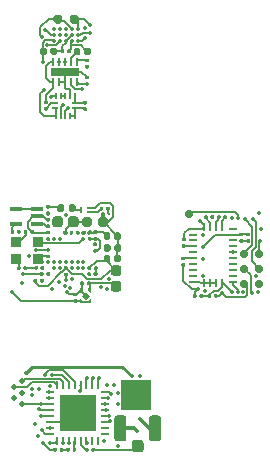
<source format=gbr>
G04 #@! TF.GenerationSoftware,KiCad,Pcbnew,(5.1.6)-1*
G04 #@! TF.CreationDate,2020-11-17T19:43:21-08:00*
G04 #@! TF.ProjectId,Miniscope-v4-Rigid-Flex,4d696e69-7363-46f7-9065-2d76342d5269,rev?*
G04 #@! TF.SameCoordinates,Original*
G04 #@! TF.FileFunction,Copper,L1,Top*
G04 #@! TF.FilePolarity,Positive*
%FSLAX46Y46*%
G04 Gerber Fmt 4.6, Leading zero omitted, Abs format (unit mm)*
G04 Created by KiCad (PCBNEW (5.1.6)-1) date 2020-11-17 19:43:21*
%MOMM*%
%LPD*%
G01*
G04 APERTURE LIST*
G04 #@! TA.AperFunction,SMDPad,CuDef*
%ADD10C,0.100000*%
G04 #@! TD*
G04 #@! TA.AperFunction,SMDPad,CuDef*
%ADD11R,2.500000X2.500000*%
G04 #@! TD*
G04 #@! TA.AperFunction,SMDPad,CuDef*
%ADD12R,0.680000X0.260000*%
G04 #@! TD*
G04 #@! TA.AperFunction,SMDPad,CuDef*
%ADD13R,0.260000X0.680000*%
G04 #@! TD*
G04 #@! TA.AperFunction,SMDPad,CuDef*
%ADD14R,3.100000X3.100000*%
G04 #@! TD*
G04 #@! TA.AperFunction,SMDPad,CuDef*
%ADD15C,0.508000*%
G04 #@! TD*
G04 #@! TA.AperFunction,SMDPad,CuDef*
%ADD16C,0.700000*%
G04 #@! TD*
G04 #@! TA.AperFunction,SMDPad,CuDef*
%ADD17R,0.254000X0.675000*%
G04 #@! TD*
G04 #@! TA.AperFunction,SMDPad,CuDef*
%ADD18R,0.675000X0.254000*%
G04 #@! TD*
G04 #@! TA.AperFunction,SMDPad,CuDef*
%ADD19R,0.990000X0.340000*%
G04 #@! TD*
G04 #@! TA.AperFunction,SMDPad,CuDef*
%ADD20R,0.880000X0.830000*%
G04 #@! TD*
G04 #@! TA.AperFunction,SMDPad,CuDef*
%ADD21R,0.280000X0.170000*%
G04 #@! TD*
G04 #@! TA.AperFunction,SMDPad,CuDef*
%ADD22R,0.280000X0.520000*%
G04 #@! TD*
G04 #@! TA.AperFunction,SMDPad,CuDef*
%ADD23R,0.610000X0.220000*%
G04 #@! TD*
G04 #@! TA.AperFunction,SMDPad,CuDef*
%ADD24R,0.220000X0.610000*%
G04 #@! TD*
G04 #@! TA.AperFunction,SMDPad,CuDef*
%ADD25R,0.270000X0.640000*%
G04 #@! TD*
G04 #@! TA.AperFunction,SMDPad,CuDef*
%ADD26R,2.390000X0.640000*%
G04 #@! TD*
G04 #@! TA.AperFunction,SMDPad,CuDef*
%ADD27C,0.350000*%
G04 #@! TD*
G04 #@! TA.AperFunction,ViaPad*
%ADD28C,0.350000*%
G04 #@! TD*
G04 #@! TA.AperFunction,ViaPad*
%ADD29C,0.300000*%
G04 #@! TD*
G04 #@! TA.AperFunction,Conductor*
%ADD30C,0.152400*%
G04 #@! TD*
G04 #@! TA.AperFunction,Conductor*
%ADD31C,0.304800*%
G04 #@! TD*
G04 #@! TA.AperFunction,Conductor*
%ADD32C,0.254000*%
G04 #@! TD*
G04 #@! TA.AperFunction,Conductor*
%ADD33C,0.203200*%
G04 #@! TD*
G04 APERTURE END LIST*
G04 #@! TA.AperFunction,SMDPad,CuDef*
D10*
G36*
X105631600Y-117442600D02*
G01*
X105811600Y-117262600D01*
X105881600Y-117262600D01*
X105881600Y-117662600D01*
X105631600Y-117662600D01*
X105631600Y-117442600D01*
G37*
G04 #@! TD.AperFunction*
G04 #@! TA.AperFunction,SMDPad,CuDef*
G36*
X105231600Y-116582600D02*
G01*
X105051600Y-116762600D01*
X104981600Y-116762600D01*
X104981600Y-116362600D01*
X105231600Y-116362600D01*
X105231600Y-116582600D01*
G37*
G04 #@! TD.AperFunction*
G04 #@! TA.AperFunction,SMDPad,CuDef*
G36*
X104981600Y-117262600D02*
G01*
X105051600Y-117262600D01*
X105231600Y-117442600D01*
X105231600Y-117662600D01*
X104981600Y-117662600D01*
X104981600Y-117262600D01*
G37*
G04 #@! TD.AperFunction*
G04 #@! TA.AperFunction,SMDPad,CuDef*
G36*
X105881600Y-116832600D02*
G01*
X105631600Y-116582600D01*
X105631600Y-116362600D01*
X105881600Y-116362600D01*
X105881600Y-116832600D01*
G37*
G04 #@! TD.AperFunction*
G04 #@! TA.AperFunction,SMDPad,CuDef*
G36*
X105431600Y-116673189D02*
G01*
X105771011Y-117012600D01*
X105431600Y-117352011D01*
X105092189Y-117012600D01*
X105431600Y-116673189D01*
G37*
G04 #@! TD.AperFunction*
G04 #@! TA.AperFunction,SMDPad,CuDef*
G36*
G01*
X105836200Y-115878700D02*
X105836200Y-116063700D01*
G75*
G02*
X105758700Y-116141200I-77500J0D01*
G01*
X105603700Y-116141200D01*
G75*
G02*
X105526200Y-116063700I0J77500D01*
G01*
X105526200Y-115878700D01*
G75*
G02*
X105603700Y-115801200I77500J0D01*
G01*
X105758700Y-115801200D01*
G75*
G02*
X105836200Y-115878700I0J-77500D01*
G01*
G37*
G04 #@! TD.AperFunction*
G04 #@! TA.AperFunction,SMDPad,CuDef*
G36*
G01*
X105286200Y-115878700D02*
X105286200Y-116063700D01*
G75*
G02*
X105208700Y-116141200I-77500J0D01*
G01*
X105053700Y-116141200D01*
G75*
G02*
X104976200Y-116063700I0J77500D01*
G01*
X104976200Y-115878700D01*
G75*
G02*
X105053700Y-115801200I77500J0D01*
G01*
X105208700Y-115801200D01*
G75*
G02*
X105286200Y-115878700I0J-77500D01*
G01*
G37*
G04 #@! TD.AperFunction*
G04 #@! TA.AperFunction,SMDPad,CuDef*
G36*
G01*
X104635100Y-117070400D02*
X104450100Y-117070400D01*
G75*
G02*
X104372600Y-116992900I0J77500D01*
G01*
X104372600Y-116837900D01*
G75*
G02*
X104450100Y-116760400I77500J0D01*
G01*
X104635100Y-116760400D01*
G75*
G02*
X104712600Y-116837900I0J-77500D01*
G01*
X104712600Y-116992900D01*
G75*
G02*
X104635100Y-117070400I-77500J0D01*
G01*
G37*
G04 #@! TD.AperFunction*
G04 #@! TA.AperFunction,SMDPad,CuDef*
G36*
G01*
X104635100Y-117620400D02*
X104450100Y-117620400D01*
G75*
G02*
X104372600Y-117542900I0J77500D01*
G01*
X104372600Y-117387900D01*
G75*
G02*
X104450100Y-117310400I77500J0D01*
G01*
X104635100Y-117310400D01*
G75*
G02*
X104712600Y-117387900I0J-77500D01*
G01*
X104712600Y-117542900D01*
G75*
G02*
X104635100Y-117620400I-77500J0D01*
G01*
G37*
G04 #@! TD.AperFunction*
G04 #@! TA.AperFunction,SMDPad,CuDef*
G36*
G01*
X114811200Y-116945500D02*
X114811200Y-117130500D01*
G75*
G02*
X114733700Y-117208000I-77500J0D01*
G01*
X114578700Y-117208000D01*
G75*
G02*
X114501200Y-117130500I0J77500D01*
G01*
X114501200Y-116945500D01*
G75*
G02*
X114578700Y-116868000I77500J0D01*
G01*
X114733700Y-116868000D01*
G75*
G02*
X114811200Y-116945500I0J-77500D01*
G01*
G37*
G04 #@! TD.AperFunction*
G04 #@! TA.AperFunction,SMDPad,CuDef*
G36*
G01*
X115361200Y-116945500D02*
X115361200Y-117130500D01*
G75*
G02*
X115283700Y-117208000I-77500J0D01*
G01*
X115128700Y-117208000D01*
G75*
G02*
X115051200Y-117130500I0J77500D01*
G01*
X115051200Y-116945500D01*
G75*
G02*
X115128700Y-116868000I77500J0D01*
G01*
X115283700Y-116868000D01*
G75*
G02*
X115361200Y-116945500I0J-77500D01*
G01*
G37*
G04 #@! TD.AperFunction*
G04 #@! TA.AperFunction,SMDPad,CuDef*
G36*
G01*
X116295800Y-117130500D02*
X116295800Y-116945500D01*
G75*
G02*
X116373300Y-116868000I77500J0D01*
G01*
X116528300Y-116868000D01*
G75*
G02*
X116605800Y-116945500I0J-77500D01*
G01*
X116605800Y-117130500D01*
G75*
G02*
X116528300Y-117208000I-77500J0D01*
G01*
X116373300Y-117208000D01*
G75*
G02*
X116295800Y-117130500I0J77500D01*
G01*
G37*
G04 #@! TD.AperFunction*
G04 #@! TA.AperFunction,SMDPad,CuDef*
G36*
G01*
X115745800Y-117130500D02*
X115745800Y-116945500D01*
G75*
G02*
X115823300Y-116868000I77500J0D01*
G01*
X115978300Y-116868000D01*
G75*
G02*
X116055800Y-116945500I0J-77500D01*
G01*
X116055800Y-117130500D01*
G75*
G02*
X115978300Y-117208000I-77500J0D01*
G01*
X115823300Y-117208000D01*
G75*
G02*
X115745800Y-117130500I0J77500D01*
G01*
G37*
G04 #@! TD.AperFunction*
G04 #@! TA.AperFunction,SMDPad,CuDef*
G36*
G01*
X102668600Y-130149900D02*
X102668600Y-129964900D01*
G75*
G02*
X102746100Y-129887400I77500J0D01*
G01*
X102901100Y-129887400D01*
G75*
G02*
X102978600Y-129964900I0J-77500D01*
G01*
X102978600Y-130149900D01*
G75*
G02*
X102901100Y-130227400I-77500J0D01*
G01*
X102746100Y-130227400D01*
G75*
G02*
X102668600Y-130149900I0J77500D01*
G01*
G37*
G04 #@! TD.AperFunction*
G04 #@! TA.AperFunction,SMDPad,CuDef*
G36*
G01*
X103218600Y-130149900D02*
X103218600Y-129964900D01*
G75*
G02*
X103296100Y-129887400I77500J0D01*
G01*
X103451100Y-129887400D01*
G75*
G02*
X103528600Y-129964900I0J-77500D01*
G01*
X103528600Y-130149900D01*
G75*
G02*
X103451100Y-130227400I-77500J0D01*
G01*
X103296100Y-130227400D01*
G75*
G02*
X103218600Y-130149900I0J77500D01*
G01*
G37*
G04 #@! TD.AperFunction*
D11*
X109677400Y-125386600D03*
D12*
X102401800Y-125198400D03*
X102401800Y-125698400D03*
X102401800Y-126198400D03*
X102401800Y-126698400D03*
X102401800Y-127198400D03*
X102401800Y-127698400D03*
X102401800Y-128198400D03*
X102401800Y-128698400D03*
D13*
X102986800Y-129283400D03*
X103486800Y-129283400D03*
X103986800Y-129283400D03*
X104486800Y-129283400D03*
X104986800Y-129283400D03*
X105486800Y-129283400D03*
X105986800Y-129283400D03*
X106486800Y-129283400D03*
D12*
X107071800Y-128698400D03*
X107071800Y-128198400D03*
X107071800Y-127698400D03*
X107071800Y-127198400D03*
X107071800Y-126698400D03*
X107071800Y-126198400D03*
X107071800Y-125698400D03*
X107071800Y-125198400D03*
D13*
X106486800Y-124613400D03*
X105986800Y-124613400D03*
X105486800Y-124613400D03*
X104986800Y-124613400D03*
X104486800Y-124613400D03*
X103986800Y-124613400D03*
X103486800Y-124613400D03*
X102986800Y-124613400D03*
D14*
X104736800Y-126948400D03*
D15*
X100000000Y-126180398D03*
X99390400Y-125697798D03*
X100000000Y-125215199D03*
X99390400Y-124732599D03*
X100000000Y-124250000D03*
G04 #@! TA.AperFunction,SMDPad,CuDef*
G36*
G01*
X109329800Y-130034300D02*
X109329800Y-129484300D01*
G75*
G02*
X109579800Y-129234300I250000J0D01*
G01*
X110079800Y-129234300D01*
G75*
G02*
X110329800Y-129484300I0J-250000D01*
G01*
X110329800Y-130034300D01*
G75*
G02*
X110079800Y-130284300I-250000J0D01*
G01*
X109579800Y-130284300D01*
G75*
G02*
X109329800Y-130034300I0J250000D01*
G01*
G37*
G04 #@! TD.AperFunction*
G04 #@! TA.AperFunction,SMDPad,CuDef*
G36*
G01*
X107829800Y-129094300D02*
X107829800Y-127419300D01*
G75*
G02*
X108092300Y-127156800I262500J0D01*
G01*
X108617300Y-127156800D01*
G75*
G02*
X108879800Y-127419300I0J-262500D01*
G01*
X108879800Y-129094300D01*
G75*
G02*
X108617300Y-129356800I-262500J0D01*
G01*
X108092300Y-129356800D01*
G75*
G02*
X107829800Y-129094300I0J262500D01*
G01*
G37*
G04 #@! TD.AperFunction*
G04 #@! TA.AperFunction,SMDPad,CuDef*
G36*
G01*
X110779800Y-129094300D02*
X110779800Y-127419300D01*
G75*
G02*
X111042300Y-127156800I262500J0D01*
G01*
X111567300Y-127156800D01*
G75*
G02*
X111829800Y-127419300I0J-262500D01*
G01*
X111829800Y-129094300D01*
G75*
G02*
X111567300Y-129356800I-262500J0D01*
G01*
X111042300Y-129356800D01*
G75*
G02*
X110779800Y-129094300I0J262500D01*
G01*
G37*
G04 #@! TD.AperFunction*
D16*
X120112800Y-115987200D03*
X120112800Y-113447200D03*
G04 #@! TA.AperFunction,SMDPad,CuDef*
G36*
G01*
X117393200Y-110281300D02*
X117393200Y-110466300D01*
G75*
G02*
X117315700Y-110543800I-77500J0D01*
G01*
X117160700Y-110543800D01*
G75*
G02*
X117083200Y-110466300I0J77500D01*
G01*
X117083200Y-110281300D01*
G75*
G02*
X117160700Y-110203800I77500J0D01*
G01*
X117315700Y-110203800D01*
G75*
G02*
X117393200Y-110281300I0J-77500D01*
G01*
G37*
G04 #@! TD.AperFunction*
G04 #@! TA.AperFunction,SMDPad,CuDef*
G36*
G01*
X116843200Y-110281300D02*
X116843200Y-110466300D01*
G75*
G02*
X116765700Y-110543800I-77500J0D01*
G01*
X116610700Y-110543800D01*
G75*
G02*
X116533200Y-110466300I0J77500D01*
G01*
X116533200Y-110281300D01*
G75*
G02*
X116610700Y-110203800I77500J0D01*
G01*
X116765700Y-110203800D01*
G75*
G02*
X116843200Y-110281300I0J-77500D01*
G01*
G37*
G04 #@! TD.AperFunction*
G04 #@! TA.AperFunction,SMDPad,CuDef*
G36*
G01*
X118506700Y-111673800D02*
X118691700Y-111673800D01*
G75*
G02*
X118769200Y-111751300I0J-77500D01*
G01*
X118769200Y-111906300D01*
G75*
G02*
X118691700Y-111983800I-77500J0D01*
G01*
X118506700Y-111983800D01*
G75*
G02*
X118429200Y-111906300I0J77500D01*
G01*
X118429200Y-111751300D01*
G75*
G02*
X118506700Y-111673800I77500J0D01*
G01*
G37*
G04 #@! TD.AperFunction*
G04 #@! TA.AperFunction,SMDPad,CuDef*
G36*
G01*
X118506700Y-112223800D02*
X118691700Y-112223800D01*
G75*
G02*
X118769200Y-112301300I0J-77500D01*
G01*
X118769200Y-112456300D01*
G75*
G02*
X118691700Y-112533800I-77500J0D01*
G01*
X118506700Y-112533800D01*
G75*
G02*
X118429200Y-112456300I0J77500D01*
G01*
X118429200Y-112301300D01*
G75*
G02*
X118506700Y-112223800I77500J0D01*
G01*
G37*
G04 #@! TD.AperFunction*
G04 #@! TA.AperFunction,SMDPad,CuDef*
G36*
G01*
X119090900Y-111673800D02*
X119275900Y-111673800D01*
G75*
G02*
X119353400Y-111751300I0J-77500D01*
G01*
X119353400Y-111906300D01*
G75*
G02*
X119275900Y-111983800I-77500J0D01*
G01*
X119090900Y-111983800D01*
G75*
G02*
X119013400Y-111906300I0J77500D01*
G01*
X119013400Y-111751300D01*
G75*
G02*
X119090900Y-111673800I77500J0D01*
G01*
G37*
G04 #@! TD.AperFunction*
G04 #@! TA.AperFunction,SMDPad,CuDef*
G36*
G01*
X119090900Y-112223800D02*
X119275900Y-112223800D01*
G75*
G02*
X119353400Y-112301300I0J-77500D01*
G01*
X119353400Y-112456300D01*
G75*
G02*
X119275900Y-112533800I-77500J0D01*
G01*
X119090900Y-112533800D01*
G75*
G02*
X119013400Y-112456300I0J77500D01*
G01*
X119013400Y-112301300D01*
G75*
G02*
X119090900Y-112223800I77500J0D01*
G01*
G37*
G04 #@! TD.AperFunction*
X120112800Y-114717200D03*
G04 #@! TA.AperFunction,SMDPad,CuDef*
G36*
G01*
X116301000Y-110281300D02*
X116301000Y-110466300D01*
G75*
G02*
X116223500Y-110543800I-77500J0D01*
G01*
X116068500Y-110543800D01*
G75*
G02*
X115991000Y-110466300I0J77500D01*
G01*
X115991000Y-110281300D01*
G75*
G02*
X116068500Y-110203800I77500J0D01*
G01*
X116223500Y-110203800D01*
G75*
G02*
X116301000Y-110281300I0J-77500D01*
G01*
G37*
G04 #@! TD.AperFunction*
G04 #@! TA.AperFunction,SMDPad,CuDef*
G36*
G01*
X115751000Y-110281300D02*
X115751000Y-110466300D01*
G75*
G02*
X115673500Y-110543800I-77500J0D01*
G01*
X115518500Y-110543800D01*
G75*
G02*
X115441000Y-110466300I0J77500D01*
G01*
X115441000Y-110281300D01*
G75*
G02*
X115518500Y-110203800I77500J0D01*
G01*
X115673500Y-110203800D01*
G75*
G02*
X115751000Y-110281300I0J-77500D01*
G01*
G37*
G04 #@! TD.AperFunction*
X118842800Y-114717200D03*
G04 #@! TA.AperFunction,SMDPad,CuDef*
G36*
G01*
X113779100Y-114565800D02*
X113594100Y-114565800D01*
G75*
G02*
X113516600Y-114488300I0J77500D01*
G01*
X113516600Y-114333300D01*
G75*
G02*
X113594100Y-114255800I77500J0D01*
G01*
X113779100Y-114255800D01*
G75*
G02*
X113856600Y-114333300I0J-77500D01*
G01*
X113856600Y-114488300D01*
G75*
G02*
X113779100Y-114565800I-77500J0D01*
G01*
G37*
G04 #@! TD.AperFunction*
G04 #@! TA.AperFunction,SMDPad,CuDef*
G36*
G01*
X113779100Y-114015800D02*
X113594100Y-114015800D01*
G75*
G02*
X113516600Y-113938300I0J77500D01*
G01*
X113516600Y-113783300D01*
G75*
G02*
X113594100Y-113705800I77500J0D01*
G01*
X113779100Y-113705800D01*
G75*
G02*
X113856600Y-113783300I0J-77500D01*
G01*
X113856600Y-113938300D01*
G75*
G02*
X113779100Y-114015800I-77500J0D01*
G01*
G37*
G04 #@! TD.AperFunction*
G04 #@! TA.AperFunction,SMDPad,CuDef*
G36*
G01*
X113629900Y-112105600D02*
X113814900Y-112105600D01*
G75*
G02*
X113892400Y-112183100I0J-77500D01*
G01*
X113892400Y-112338100D01*
G75*
G02*
X113814900Y-112415600I-77500J0D01*
G01*
X113629900Y-112415600D01*
G75*
G02*
X113552400Y-112338100I0J77500D01*
G01*
X113552400Y-112183100D01*
G75*
G02*
X113629900Y-112105600I77500J0D01*
G01*
G37*
G04 #@! TD.AperFunction*
G04 #@! TA.AperFunction,SMDPad,CuDef*
G36*
G01*
X113629900Y-112655600D02*
X113814900Y-112655600D01*
G75*
G02*
X113892400Y-112733100I0J-77500D01*
G01*
X113892400Y-112888100D01*
G75*
G02*
X113814900Y-112965600I-77500J0D01*
G01*
X113629900Y-112965600D01*
G75*
G02*
X113552400Y-112888100I0J77500D01*
G01*
X113552400Y-112733100D01*
G75*
G02*
X113629900Y-112655600I77500J0D01*
G01*
G37*
G04 #@! TD.AperFunction*
X118842800Y-113447200D03*
D17*
X115450200Y-115976100D03*
X115950200Y-115976100D03*
X116450200Y-115976100D03*
D18*
X114537700Y-115838600D03*
X114537700Y-115338600D03*
X114537700Y-114838600D03*
X114537700Y-114338600D03*
X114537700Y-113838600D03*
X114537700Y-113338600D03*
X114537700Y-112838600D03*
X114537700Y-112338600D03*
X114537700Y-111838600D03*
X117862700Y-115838600D03*
X117862700Y-115338600D03*
X117862700Y-114838600D03*
X117862700Y-114338600D03*
X117862700Y-113838600D03*
X117862700Y-113338600D03*
X117862700Y-112838600D03*
X117862700Y-112338600D03*
X117862700Y-111838600D03*
D17*
X115450200Y-111201100D03*
X115950200Y-111201100D03*
X116450200Y-111201100D03*
D18*
X117862700Y-111338600D03*
D17*
X116950200Y-111201100D03*
D18*
X114537700Y-111338600D03*
D17*
X116950200Y-115976100D03*
G04 #@! TA.AperFunction,SMDPad,CuDef*
G36*
G01*
X105567000Y-114787100D02*
X105567000Y-114602100D01*
G75*
G02*
X105644500Y-114524600I77500J0D01*
G01*
X105799500Y-114524600D01*
G75*
G02*
X105877000Y-114602100I0J-77500D01*
G01*
X105877000Y-114787100D01*
G75*
G02*
X105799500Y-114864600I-77500J0D01*
G01*
X105644500Y-114864600D01*
G75*
G02*
X105567000Y-114787100I0J77500D01*
G01*
G37*
G04 #@! TD.AperFunction*
G04 #@! TA.AperFunction,SMDPad,CuDef*
G36*
G01*
X106117000Y-114787100D02*
X106117000Y-114602100D01*
G75*
G02*
X106194500Y-114524600I77500J0D01*
G01*
X106349500Y-114524600D01*
G75*
G02*
X106427000Y-114602100I0J-77500D01*
G01*
X106427000Y-114787100D01*
G75*
G02*
X106349500Y-114864600I-77500J0D01*
G01*
X106194500Y-114864600D01*
G75*
G02*
X106117000Y-114787100I0J77500D01*
G01*
G37*
G04 #@! TD.AperFunction*
G04 #@! TA.AperFunction,SMDPad,CuDef*
G36*
G01*
X106133100Y-112512000D02*
X106318100Y-112512000D01*
G75*
G02*
X106395600Y-112589500I0J-77500D01*
G01*
X106395600Y-112744500D01*
G75*
G02*
X106318100Y-112822000I-77500J0D01*
G01*
X106133100Y-112822000D01*
G75*
G02*
X106055600Y-112744500I0J77500D01*
G01*
X106055600Y-112589500D01*
G75*
G02*
X106133100Y-112512000I77500J0D01*
G01*
G37*
G04 #@! TD.AperFunction*
G04 #@! TA.AperFunction,SMDPad,CuDef*
G36*
G01*
X106133100Y-113062000D02*
X106318100Y-113062000D01*
G75*
G02*
X106395600Y-113139500I0J-77500D01*
G01*
X106395600Y-113294500D01*
G75*
G02*
X106318100Y-113372000I-77500J0D01*
G01*
X106133100Y-113372000D01*
G75*
G02*
X106055600Y-113294500I0J77500D01*
G01*
X106055600Y-113139500D01*
G75*
G02*
X106133100Y-113062000I77500J0D01*
G01*
G37*
G04 #@! TD.AperFunction*
G04 #@! TA.AperFunction,SMDPad,CuDef*
G36*
G01*
X105675900Y-111496000D02*
X105860900Y-111496000D01*
G75*
G02*
X105938400Y-111573500I0J-77500D01*
G01*
X105938400Y-111728500D01*
G75*
G02*
X105860900Y-111806000I-77500J0D01*
G01*
X105675900Y-111806000D01*
G75*
G02*
X105598400Y-111728500I0J77500D01*
G01*
X105598400Y-111573500D01*
G75*
G02*
X105675900Y-111496000I77500J0D01*
G01*
G37*
G04 #@! TD.AperFunction*
G04 #@! TA.AperFunction,SMDPad,CuDef*
G36*
G01*
X105675900Y-112046000D02*
X105860900Y-112046000D01*
G75*
G02*
X105938400Y-112123500I0J-77500D01*
G01*
X105938400Y-112278500D01*
G75*
G02*
X105860900Y-112356000I-77500J0D01*
G01*
X105675900Y-112356000D01*
G75*
G02*
X105598400Y-112278500I0J77500D01*
G01*
X105598400Y-112123500D01*
G75*
G02*
X105675900Y-112046000I77500J0D01*
G01*
G37*
G04 #@! TD.AperFunction*
G04 #@! TA.AperFunction,SMDPad,CuDef*
G36*
G01*
X106938400Y-112146800D02*
X106938400Y-111806800D01*
G75*
G02*
X107083400Y-111661800I145000J0D01*
G01*
X107373400Y-111661800D01*
G75*
G02*
X107518400Y-111806800I0J-145000D01*
G01*
X107518400Y-112146800D01*
G75*
G02*
X107373400Y-112291800I-145000J0D01*
G01*
X107083400Y-112291800D01*
G75*
G02*
X106938400Y-112146800I0J145000D01*
G01*
G37*
G04 #@! TD.AperFunction*
G04 #@! TA.AperFunction,SMDPad,CuDef*
G36*
G01*
X107828400Y-112146800D02*
X107828400Y-111806800D01*
G75*
G02*
X107973400Y-111661800I145000J0D01*
G01*
X108263400Y-111661800D01*
G75*
G02*
X108408400Y-111806800I0J-145000D01*
G01*
X108408400Y-112146800D01*
G75*
G02*
X108263400Y-112291800I-145000J0D01*
G01*
X107973400Y-112291800D01*
G75*
G02*
X107828400Y-112146800I0J145000D01*
G01*
G37*
G04 #@! TD.AperFunction*
G04 #@! TA.AperFunction,SMDPad,CuDef*
G36*
G01*
X101020400Y-115828500D02*
X101020400Y-115643500D01*
G75*
G02*
X101097900Y-115566000I77500J0D01*
G01*
X101252900Y-115566000D01*
G75*
G02*
X101330400Y-115643500I0J-77500D01*
G01*
X101330400Y-115828500D01*
G75*
G02*
X101252900Y-115906000I-77500J0D01*
G01*
X101097900Y-115906000D01*
G75*
G02*
X101020400Y-115828500I0J77500D01*
G01*
G37*
G04 #@! TD.AperFunction*
G04 #@! TA.AperFunction,SMDPad,CuDef*
G36*
G01*
X101570400Y-115828500D02*
X101570400Y-115643500D01*
G75*
G02*
X101647900Y-115566000I77500J0D01*
G01*
X101802900Y-115566000D01*
G75*
G02*
X101880400Y-115643500I0J-77500D01*
G01*
X101880400Y-115828500D01*
G75*
G02*
X101802900Y-115906000I-77500J0D01*
G01*
X101647900Y-115906000D01*
G75*
G02*
X101570400Y-115828500I0J77500D01*
G01*
G37*
G04 #@! TD.AperFunction*
D19*
X99499000Y-110950400D03*
X99499000Y-109650400D03*
X101319000Y-109650400D03*
X101319000Y-110300400D03*
X101319000Y-110950400D03*
G04 #@! TA.AperFunction,SMDPad,CuDef*
G36*
G01*
X103509600Y-111764500D02*
X103509600Y-111579500D01*
G75*
G02*
X103587100Y-111502000I77500J0D01*
G01*
X103742100Y-111502000D01*
G75*
G02*
X103819600Y-111579500I0J-77500D01*
G01*
X103819600Y-111764500D01*
G75*
G02*
X103742100Y-111842000I-77500J0D01*
G01*
X103587100Y-111842000D01*
G75*
G02*
X103509600Y-111764500I0J77500D01*
G01*
G37*
G04 #@! TD.AperFunction*
G04 #@! TA.AperFunction,SMDPad,CuDef*
G36*
G01*
X104059600Y-111764500D02*
X104059600Y-111579500D01*
G75*
G02*
X104137100Y-111502000I77500J0D01*
G01*
X104292100Y-111502000D01*
G75*
G02*
X104369600Y-111579500I0J-77500D01*
G01*
X104369600Y-111764500D01*
G75*
G02*
X104292100Y-111842000I-77500J0D01*
G01*
X104137100Y-111842000D01*
G75*
G02*
X104059600Y-111764500I0J77500D01*
G01*
G37*
G04 #@! TD.AperFunction*
G04 #@! TA.AperFunction,SMDPad,CuDef*
G36*
G01*
X102145300Y-112994600D02*
X102330300Y-112994600D01*
G75*
G02*
X102407800Y-113072100I0J-77500D01*
G01*
X102407800Y-113227100D01*
G75*
G02*
X102330300Y-113304600I-77500J0D01*
G01*
X102145300Y-113304600D01*
G75*
G02*
X102067800Y-113227100I0J77500D01*
G01*
X102067800Y-113072100D01*
G75*
G02*
X102145300Y-112994600I77500J0D01*
G01*
G37*
G04 #@! TD.AperFunction*
G04 #@! TA.AperFunction,SMDPad,CuDef*
G36*
G01*
X102145300Y-113544600D02*
X102330300Y-113544600D01*
G75*
G02*
X102407800Y-113622100I0J-77500D01*
G01*
X102407800Y-113777100D01*
G75*
G02*
X102330300Y-113854600I-77500J0D01*
G01*
X102145300Y-113854600D01*
G75*
G02*
X102067800Y-113777100I0J77500D01*
G01*
X102067800Y-113622100D01*
G75*
G02*
X102145300Y-113544600I77500J0D01*
G01*
G37*
G04 #@! TD.AperFunction*
G04 #@! TA.AperFunction,SMDPad,CuDef*
G36*
G01*
X103643900Y-114518600D02*
X103828900Y-114518600D01*
G75*
G02*
X103906400Y-114596100I0J-77500D01*
G01*
X103906400Y-114751100D01*
G75*
G02*
X103828900Y-114828600I-77500J0D01*
G01*
X103643900Y-114828600D01*
G75*
G02*
X103566400Y-114751100I0J77500D01*
G01*
X103566400Y-114596100D01*
G75*
G02*
X103643900Y-114518600I77500J0D01*
G01*
G37*
G04 #@! TD.AperFunction*
G04 #@! TA.AperFunction,SMDPad,CuDef*
G36*
G01*
X103643900Y-115068600D02*
X103828900Y-115068600D01*
G75*
G02*
X103906400Y-115146100I0J-77500D01*
G01*
X103906400Y-115301100D01*
G75*
G02*
X103828900Y-115378600I-77500J0D01*
G01*
X103643900Y-115378600D01*
G75*
G02*
X103566400Y-115301100I0J77500D01*
G01*
X103566400Y-115146100D01*
G75*
G02*
X103643900Y-115068600I77500J0D01*
G01*
G37*
G04 #@! TD.AperFunction*
G04 #@! TA.AperFunction,SMDPad,CuDef*
G36*
G01*
X106158500Y-111496000D02*
X106343500Y-111496000D01*
G75*
G02*
X106421000Y-111573500I0J-77500D01*
G01*
X106421000Y-111728500D01*
G75*
G02*
X106343500Y-111806000I-77500J0D01*
G01*
X106158500Y-111806000D01*
G75*
G02*
X106081000Y-111728500I0J77500D01*
G01*
X106081000Y-111573500D01*
G75*
G02*
X106158500Y-111496000I77500J0D01*
G01*
G37*
G04 #@! TD.AperFunction*
G04 #@! TA.AperFunction,SMDPad,CuDef*
G36*
G01*
X106158500Y-112046000D02*
X106343500Y-112046000D01*
G75*
G02*
X106421000Y-112123500I0J-77500D01*
G01*
X106421000Y-112278500D01*
G75*
G02*
X106343500Y-112356000I-77500J0D01*
G01*
X106158500Y-112356000D01*
G75*
G02*
X106081000Y-112278500I0J77500D01*
G01*
X106081000Y-112123500D01*
G75*
G02*
X106158500Y-112046000I77500J0D01*
G01*
G37*
G04 #@! TD.AperFunction*
G04 #@! TA.AperFunction,SMDPad,CuDef*
G36*
G01*
X102145300Y-109337000D02*
X102330300Y-109337000D01*
G75*
G02*
X102407800Y-109414500I0J-77500D01*
G01*
X102407800Y-109569500D01*
G75*
G02*
X102330300Y-109647000I-77500J0D01*
G01*
X102145300Y-109647000D01*
G75*
G02*
X102067800Y-109569500I0J77500D01*
G01*
X102067800Y-109414500D01*
G75*
G02*
X102145300Y-109337000I77500J0D01*
G01*
G37*
G04 #@! TD.AperFunction*
G04 #@! TA.AperFunction,SMDPad,CuDef*
G36*
G01*
X102145300Y-109887000D02*
X102330300Y-109887000D01*
G75*
G02*
X102407800Y-109964500I0J-77500D01*
G01*
X102407800Y-110119500D01*
G75*
G02*
X102330300Y-110197000I-77500J0D01*
G01*
X102145300Y-110197000D01*
G75*
G02*
X102067800Y-110119500I0J77500D01*
G01*
X102067800Y-109964500D01*
G75*
G02*
X102145300Y-109887000I77500J0D01*
G01*
G37*
G04 #@! TD.AperFunction*
G04 #@! TA.AperFunction,SMDPad,CuDef*
G36*
G01*
X102330300Y-112381400D02*
X102145300Y-112381400D01*
G75*
G02*
X102067800Y-112303900I0J77500D01*
G01*
X102067800Y-112148900D01*
G75*
G02*
X102145300Y-112071400I77500J0D01*
G01*
X102330300Y-112071400D01*
G75*
G02*
X102407800Y-112148900I0J-77500D01*
G01*
X102407800Y-112303900D01*
G75*
G02*
X102330300Y-112381400I-77500J0D01*
G01*
G37*
G04 #@! TD.AperFunction*
G04 #@! TA.AperFunction,SMDPad,CuDef*
G36*
G01*
X102330300Y-111831400D02*
X102145300Y-111831400D01*
G75*
G02*
X102067800Y-111753900I0J77500D01*
G01*
X102067800Y-111598900D01*
G75*
G02*
X102145300Y-111521400I77500J0D01*
G01*
X102330300Y-111521400D01*
G75*
G02*
X102407800Y-111598900I0J-77500D01*
G01*
X102407800Y-111753900D01*
G75*
G02*
X102330300Y-111831400I-77500J0D01*
G01*
G37*
G04 #@! TD.AperFunction*
G04 #@! TA.AperFunction,SMDPad,CuDef*
G36*
G01*
X101553800Y-115269700D02*
X101553800Y-115084700D01*
G75*
G02*
X101631300Y-115007200I77500J0D01*
G01*
X101786300Y-115007200D01*
G75*
G02*
X101863800Y-115084700I0J-77500D01*
G01*
X101863800Y-115269700D01*
G75*
G02*
X101786300Y-115347200I-77500J0D01*
G01*
X101631300Y-115347200D01*
G75*
G02*
X101553800Y-115269700I0J77500D01*
G01*
G37*
G04 #@! TD.AperFunction*
G04 #@! TA.AperFunction,SMDPad,CuDef*
G36*
G01*
X102103800Y-115269700D02*
X102103800Y-115084700D01*
G75*
G02*
X102181300Y-115007200I77500J0D01*
G01*
X102336300Y-115007200D01*
G75*
G02*
X102413800Y-115084700I0J-77500D01*
G01*
X102413800Y-115269700D01*
G75*
G02*
X102336300Y-115347200I-77500J0D01*
G01*
X102181300Y-115347200D01*
G75*
G02*
X102103800Y-115269700I0J77500D01*
G01*
G37*
G04 #@! TD.AperFunction*
G04 #@! TA.AperFunction,SMDPad,CuDef*
G36*
G01*
X102330300Y-111289200D02*
X102145300Y-111289200D01*
G75*
G02*
X102067800Y-111211700I0J77500D01*
G01*
X102067800Y-111056700D01*
G75*
G02*
X102145300Y-110979200I77500J0D01*
G01*
X102330300Y-110979200D01*
G75*
G02*
X102407800Y-111056700I0J-77500D01*
G01*
X102407800Y-111211700D01*
G75*
G02*
X102330300Y-111289200I-77500J0D01*
G01*
G37*
G04 #@! TD.AperFunction*
G04 #@! TA.AperFunction,SMDPad,CuDef*
G36*
G01*
X102330300Y-110739200D02*
X102145300Y-110739200D01*
G75*
G02*
X102067800Y-110661700I0J77500D01*
G01*
X102067800Y-110506700D01*
G75*
G02*
X102145300Y-110429200I77500J0D01*
G01*
X102330300Y-110429200D01*
G75*
G02*
X102407800Y-110506700I0J-77500D01*
G01*
X102407800Y-110661700D01*
G75*
G02*
X102330300Y-110739200I-77500J0D01*
G01*
G37*
G04 #@! TD.AperFunction*
G04 #@! TA.AperFunction,SMDPad,CuDef*
G36*
G01*
X105567000Y-115295100D02*
X105567000Y-115110100D01*
G75*
G02*
X105644500Y-115032600I77500J0D01*
G01*
X105799500Y-115032600D01*
G75*
G02*
X105877000Y-115110100I0J-77500D01*
G01*
X105877000Y-115295100D01*
G75*
G02*
X105799500Y-115372600I-77500J0D01*
G01*
X105644500Y-115372600D01*
G75*
G02*
X105567000Y-115295100I0J77500D01*
G01*
G37*
G04 #@! TD.AperFunction*
G04 #@! TA.AperFunction,SMDPad,CuDef*
G36*
G01*
X106117000Y-115295100D02*
X106117000Y-115110100D01*
G75*
G02*
X106194500Y-115032600I77500J0D01*
G01*
X106349500Y-115032600D01*
G75*
G02*
X106427000Y-115110100I0J-77500D01*
G01*
X106427000Y-115295100D01*
G75*
G02*
X106349500Y-115372600I-77500J0D01*
G01*
X106194500Y-115372600D01*
G75*
G02*
X106117000Y-115295100I0J77500D01*
G01*
G37*
G04 #@! TD.AperFunction*
G04 #@! TA.AperFunction,SMDPad,CuDef*
G36*
G01*
X100182200Y-111713700D02*
X100182200Y-111528700D01*
G75*
G02*
X100259700Y-111451200I77500J0D01*
G01*
X100414700Y-111451200D01*
G75*
G02*
X100492200Y-111528700I0J-77500D01*
G01*
X100492200Y-111713700D01*
G75*
G02*
X100414700Y-111791200I-77500J0D01*
G01*
X100259700Y-111791200D01*
G75*
G02*
X100182200Y-111713700I0J77500D01*
G01*
G37*
G04 #@! TD.AperFunction*
G04 #@! TA.AperFunction,SMDPad,CuDef*
G36*
G01*
X100732200Y-111713700D02*
X100732200Y-111528700D01*
G75*
G02*
X100809700Y-111451200I77500J0D01*
G01*
X100964700Y-111451200D01*
G75*
G02*
X101042200Y-111528700I0J-77500D01*
G01*
X101042200Y-111713700D01*
G75*
G02*
X100964700Y-111791200I-77500J0D01*
G01*
X100809700Y-111791200D01*
G75*
G02*
X100732200Y-111713700I0J77500D01*
G01*
G37*
G04 #@! TD.AperFunction*
G04 #@! TA.AperFunction,SMDPad,CuDef*
G36*
G01*
X105436400Y-111579500D02*
X105436400Y-111764500D01*
G75*
G02*
X105358900Y-111842000I-77500J0D01*
G01*
X105203900Y-111842000D01*
G75*
G02*
X105126400Y-111764500I0J77500D01*
G01*
X105126400Y-111579500D01*
G75*
G02*
X105203900Y-111502000I77500J0D01*
G01*
X105358900Y-111502000D01*
G75*
G02*
X105436400Y-111579500I0J-77500D01*
G01*
G37*
G04 #@! TD.AperFunction*
G04 #@! TA.AperFunction,SMDPad,CuDef*
G36*
G01*
X104886400Y-111579500D02*
X104886400Y-111764500D01*
G75*
G02*
X104808900Y-111842000I-77500J0D01*
G01*
X104653900Y-111842000D01*
G75*
G02*
X104576400Y-111764500I0J77500D01*
G01*
X104576400Y-111579500D01*
G75*
G02*
X104653900Y-111502000I77500J0D01*
G01*
X104808900Y-111502000D01*
G75*
G02*
X104886400Y-111579500I0J-77500D01*
G01*
G37*
G04 #@! TD.AperFunction*
G04 #@! TA.AperFunction,SMDPad,CuDef*
G36*
G01*
X107828400Y-114051800D02*
X107828400Y-113711800D01*
G75*
G02*
X107973400Y-113566800I145000J0D01*
G01*
X108263400Y-113566800D01*
G75*
G02*
X108408400Y-113711800I0J-145000D01*
G01*
X108408400Y-114051800D01*
G75*
G02*
X108263400Y-114196800I-145000J0D01*
G01*
X107973400Y-114196800D01*
G75*
G02*
X107828400Y-114051800I0J145000D01*
G01*
G37*
G04 #@! TD.AperFunction*
G04 #@! TA.AperFunction,SMDPad,CuDef*
G36*
G01*
X106938400Y-114051800D02*
X106938400Y-113711800D01*
G75*
G02*
X107083400Y-113566800I145000J0D01*
G01*
X107373400Y-113566800D01*
G75*
G02*
X107518400Y-113711800I0J-145000D01*
G01*
X107518400Y-114051800D01*
G75*
G02*
X107373400Y-114196800I-145000J0D01*
G01*
X107083400Y-114196800D01*
G75*
G02*
X106938400Y-114051800I0J145000D01*
G01*
G37*
G04 #@! TD.AperFunction*
G04 #@! TA.AperFunction,SMDPad,CuDef*
G36*
G01*
X101066800Y-114761700D02*
X101066800Y-114576700D01*
G75*
G02*
X101144300Y-114499200I77500J0D01*
G01*
X101299300Y-114499200D01*
G75*
G02*
X101376800Y-114576700I0J-77500D01*
G01*
X101376800Y-114761700D01*
G75*
G02*
X101299300Y-114839200I-77500J0D01*
G01*
X101144300Y-114839200D01*
G75*
G02*
X101066800Y-114761700I0J77500D01*
G01*
G37*
G04 #@! TD.AperFunction*
G04 #@! TA.AperFunction,SMDPad,CuDef*
G36*
G01*
X101616800Y-114761700D02*
X101616800Y-114576700D01*
G75*
G02*
X101694300Y-114499200I77500J0D01*
G01*
X101849300Y-114499200D01*
G75*
G02*
X101926800Y-114576700I0J-77500D01*
G01*
X101926800Y-114761700D01*
G75*
G02*
X101849300Y-114839200I-77500J0D01*
G01*
X101694300Y-114839200D01*
G75*
G02*
X101616800Y-114761700I0J77500D01*
G01*
G37*
G04 #@! TD.AperFunction*
D20*
X99489400Y-113890600D03*
X101379400Y-113890600D03*
X101379400Y-112450600D03*
X99489400Y-112450600D03*
G04 #@! TA.AperFunction,SMDPad,CuDef*
G36*
G01*
X106608400Y-109732500D02*
X106608400Y-109547500D01*
G75*
G02*
X106685900Y-109470000I77500J0D01*
G01*
X106840900Y-109470000D01*
G75*
G02*
X106918400Y-109547500I0J-77500D01*
G01*
X106918400Y-109732500D01*
G75*
G02*
X106840900Y-109810000I-77500J0D01*
G01*
X106685900Y-109810000D01*
G75*
G02*
X106608400Y-109732500I0J77500D01*
G01*
G37*
G04 #@! TD.AperFunction*
G04 #@! TA.AperFunction,SMDPad,CuDef*
G36*
G01*
X107158400Y-109732500D02*
X107158400Y-109547500D01*
G75*
G02*
X107235900Y-109470000I77500J0D01*
G01*
X107390900Y-109470000D01*
G75*
G02*
X107468400Y-109547500I0J-77500D01*
G01*
X107468400Y-109732500D01*
G75*
G02*
X107390900Y-109810000I-77500J0D01*
G01*
X107235900Y-109810000D01*
G75*
G02*
X107158400Y-109732500I0J77500D01*
G01*
G37*
G04 #@! TD.AperFunction*
D16*
X118842800Y-115987200D03*
X114169200Y-110137200D03*
G04 #@! TA.AperFunction,SMDPad,CuDef*
G36*
G01*
X103760800Y-130149900D02*
X103760800Y-129964900D01*
G75*
G02*
X103838300Y-129887400I77500J0D01*
G01*
X103993300Y-129887400D01*
G75*
G02*
X104070800Y-129964900I0J-77500D01*
G01*
X104070800Y-130149900D01*
G75*
G02*
X103993300Y-130227400I-77500J0D01*
G01*
X103838300Y-130227400D01*
G75*
G02*
X103760800Y-130149900I0J77500D01*
G01*
G37*
G04 #@! TD.AperFunction*
G04 #@! TA.AperFunction,SMDPad,CuDef*
G36*
G01*
X104310800Y-130149900D02*
X104310800Y-129964900D01*
G75*
G02*
X104388300Y-129887400I77500J0D01*
G01*
X104543300Y-129887400D01*
G75*
G02*
X104620800Y-129964900I0J-77500D01*
G01*
X104620800Y-130149900D01*
G75*
G02*
X104543300Y-130227400I-77500J0D01*
G01*
X104388300Y-130227400D01*
G75*
G02*
X104310800Y-130149900I0J77500D01*
G01*
G37*
G04 #@! TD.AperFunction*
G04 #@! TA.AperFunction,SMDPad,CuDef*
G36*
G01*
X106217200Y-129967700D02*
X106217200Y-130152700D01*
G75*
G02*
X106139700Y-130230200I-77500J0D01*
G01*
X105984700Y-130230200D01*
G75*
G02*
X105907200Y-130152700I0J77500D01*
G01*
X105907200Y-129967700D01*
G75*
G02*
X105984700Y-129890200I77500J0D01*
G01*
X106139700Y-129890200D01*
G75*
G02*
X106217200Y-129967700I0J-77500D01*
G01*
G37*
G04 #@! TD.AperFunction*
G04 #@! TA.AperFunction,SMDPad,CuDef*
G36*
G01*
X105667200Y-129967700D02*
X105667200Y-130152700D01*
G75*
G02*
X105589700Y-130230200I-77500J0D01*
G01*
X105434700Y-130230200D01*
G75*
G02*
X105357200Y-130152700I0J77500D01*
G01*
X105357200Y-129967700D01*
G75*
G02*
X105434700Y-129890200I77500J0D01*
G01*
X105589700Y-129890200D01*
G75*
G02*
X105667200Y-129967700I0J-77500D01*
G01*
G37*
G04 #@! TD.AperFunction*
G04 #@! TA.AperFunction,SMDPad,CuDef*
G36*
G01*
X99614600Y-111713700D02*
X99614600Y-111528700D01*
G75*
G02*
X99692100Y-111451200I77500J0D01*
G01*
X99847100Y-111451200D01*
G75*
G02*
X99924600Y-111528700I0J-77500D01*
G01*
X99924600Y-111713700D01*
G75*
G02*
X99847100Y-111791200I-77500J0D01*
G01*
X99692100Y-111791200D01*
G75*
G02*
X99614600Y-111713700I0J77500D01*
G01*
G37*
G04 #@! TD.AperFunction*
G04 #@! TA.AperFunction,SMDPad,CuDef*
G36*
G01*
X99064600Y-111713700D02*
X99064600Y-111528700D01*
G75*
G02*
X99142100Y-111451200I77500J0D01*
G01*
X99297100Y-111451200D01*
G75*
G02*
X99374600Y-111528700I0J-77500D01*
G01*
X99374600Y-111713700D01*
G75*
G02*
X99297100Y-111791200I-77500J0D01*
G01*
X99142100Y-111791200D01*
G75*
G02*
X99064600Y-111713700I0J77500D01*
G01*
G37*
G04 #@! TD.AperFunction*
G04 #@! TA.AperFunction,SMDPad,CuDef*
G36*
G01*
X102601000Y-110995100D02*
X102601000Y-110520100D01*
G75*
G02*
X102823500Y-110297600I222500J0D01*
G01*
X103268500Y-110297600D01*
G75*
G02*
X103491000Y-110520100I0J-222500D01*
G01*
X103491000Y-110995100D01*
G75*
G02*
X103268500Y-111217600I-222500J0D01*
G01*
X102823500Y-111217600D01*
G75*
G02*
X102601000Y-110995100I0J222500D01*
G01*
G37*
G04 #@! TD.AperFunction*
G04 #@! TA.AperFunction,SMDPad,CuDef*
G36*
G01*
X103931000Y-110995100D02*
X103931000Y-110520100D01*
G75*
G02*
X104153500Y-110297600I222500J0D01*
G01*
X104598500Y-110297600D01*
G75*
G02*
X104821000Y-110520100I0J-222500D01*
G01*
X104821000Y-110995100D01*
G75*
G02*
X104598500Y-111217600I-222500J0D01*
G01*
X104153500Y-111217600D01*
G75*
G02*
X103931000Y-110995100I0J222500D01*
G01*
G37*
G04 #@! TD.AperFunction*
G04 #@! TA.AperFunction,SMDPad,CuDef*
G36*
G01*
X108234500Y-115333600D02*
X107759500Y-115333600D01*
G75*
G02*
X107537000Y-115111100I0J222500D01*
G01*
X107537000Y-114666100D01*
G75*
G02*
X107759500Y-114443600I222500J0D01*
G01*
X108234500Y-114443600D01*
G75*
G02*
X108457000Y-114666100I0J-222500D01*
G01*
X108457000Y-115111100D01*
G75*
G02*
X108234500Y-115333600I-222500J0D01*
G01*
G37*
G04 #@! TD.AperFunction*
G04 #@! TA.AperFunction,SMDPad,CuDef*
G36*
G01*
X108234500Y-116663600D02*
X107759500Y-116663600D01*
G75*
G02*
X107537000Y-116441100I0J222500D01*
G01*
X107537000Y-115996100D01*
G75*
G02*
X107759500Y-115773600I222500J0D01*
G01*
X108234500Y-115773600D01*
G75*
G02*
X108457000Y-115996100I0J-222500D01*
G01*
X108457000Y-116441100D01*
G75*
G02*
X108234500Y-116663600I-222500J0D01*
G01*
G37*
G04 #@! TD.AperFunction*
G04 #@! TA.AperFunction,SMDPad,CuDef*
G36*
G01*
X106475200Y-110990100D02*
X106475200Y-110525100D01*
G75*
G02*
X106677700Y-110322600I202500J0D01*
G01*
X107082700Y-110322600D01*
G75*
G02*
X107285200Y-110525100I0J-202500D01*
G01*
X107285200Y-110990100D01*
G75*
G02*
X107082700Y-111192600I-202500J0D01*
G01*
X106677700Y-111192600D01*
G75*
G02*
X106475200Y-110990100I0J202500D01*
G01*
G37*
G04 #@! TD.AperFunction*
G04 #@! TA.AperFunction,SMDPad,CuDef*
G36*
G01*
X105115200Y-110990100D02*
X105115200Y-110525100D01*
G75*
G02*
X105317700Y-110322600I202500J0D01*
G01*
X105722700Y-110322600D01*
G75*
G02*
X105925200Y-110525100I0J-202500D01*
G01*
X105925200Y-110990100D01*
G75*
G02*
X105722700Y-111192600I-202500J0D01*
G01*
X105317700Y-111192600D01*
G75*
G02*
X105115200Y-110990100I0J202500D01*
G01*
G37*
G04 #@! TD.AperFunction*
G04 #@! TA.AperFunction,SMDPad,CuDef*
G36*
G01*
X106963800Y-113162800D02*
X106963800Y-112822800D01*
G75*
G02*
X107108800Y-112677800I145000J0D01*
G01*
X107398800Y-112677800D01*
G75*
G02*
X107543800Y-112822800I0J-145000D01*
G01*
X107543800Y-113162800D01*
G75*
G02*
X107398800Y-113307800I-145000J0D01*
G01*
X107108800Y-113307800D01*
G75*
G02*
X106963800Y-113162800I0J145000D01*
G01*
G37*
G04 #@! TD.AperFunction*
G04 #@! TA.AperFunction,SMDPad,CuDef*
G36*
G01*
X107853800Y-113162800D02*
X107853800Y-112822800D01*
G75*
G02*
X107998800Y-112677800I145000J0D01*
G01*
X108288800Y-112677800D01*
G75*
G02*
X108433800Y-112822800I0J-145000D01*
G01*
X108433800Y-113162800D01*
G75*
G02*
X108288800Y-113307800I-145000J0D01*
G01*
X107998800Y-113307800D01*
G75*
G02*
X107853800Y-113162800I0J145000D01*
G01*
G37*
G04 #@! TD.AperFunction*
G04 #@! TA.AperFunction,SMDPad,CuDef*
G36*
G01*
X99598000Y-114787100D02*
X99598000Y-114602100D01*
G75*
G02*
X99675500Y-114524600I77500J0D01*
G01*
X99830500Y-114524600D01*
G75*
G02*
X99908000Y-114602100I0J-77500D01*
G01*
X99908000Y-114787100D01*
G75*
G02*
X99830500Y-114864600I-77500J0D01*
G01*
X99675500Y-114864600D01*
G75*
G02*
X99598000Y-114787100I0J77500D01*
G01*
G37*
G04 #@! TD.AperFunction*
G04 #@! TA.AperFunction,SMDPad,CuDef*
G36*
G01*
X100148000Y-114787100D02*
X100148000Y-114602100D01*
G75*
G02*
X100225500Y-114524600I77500J0D01*
G01*
X100380500Y-114524600D01*
G75*
G02*
X100458000Y-114602100I0J-77500D01*
G01*
X100458000Y-114787100D01*
G75*
G02*
X100380500Y-114864600I-77500J0D01*
G01*
X100225500Y-114864600D01*
G75*
G02*
X100148000Y-114787100I0J77500D01*
G01*
G37*
G04 #@! TD.AperFunction*
D21*
X105661600Y-109942000D03*
X105661600Y-109592000D03*
D22*
X105011600Y-109767000D03*
G04 #@! TA.AperFunction,SMDPad,CuDef*
G36*
G01*
X104567200Y-109431300D02*
X104567200Y-109776300D01*
G75*
G02*
X104419700Y-109923800I-147500J0D01*
G01*
X104124700Y-109923800D01*
G75*
G02*
X103977200Y-109776300I0J147500D01*
G01*
X103977200Y-109431300D01*
G75*
G02*
X104124700Y-109283800I147500J0D01*
G01*
X104419700Y-109283800D01*
G75*
G02*
X104567200Y-109431300I0J-147500D01*
G01*
G37*
G04 #@! TD.AperFunction*
G04 #@! TA.AperFunction,SMDPad,CuDef*
G36*
G01*
X103597200Y-109431300D02*
X103597200Y-109776300D01*
G75*
G02*
X103449700Y-109923800I-147500J0D01*
G01*
X103154700Y-109923800D01*
G75*
G02*
X103007200Y-109776300I0J147500D01*
G01*
X103007200Y-109431300D01*
G75*
G02*
X103154700Y-109283800I147500J0D01*
G01*
X103449700Y-109283800D01*
G75*
G02*
X103597200Y-109431300I0J-147500D01*
G01*
G37*
G04 #@! TD.AperFunction*
G04 #@! TA.AperFunction,SMDPad,CuDef*
G36*
G01*
X102145900Y-101355000D02*
X101960900Y-101355000D01*
G75*
G02*
X101883400Y-101277500I0J77500D01*
G01*
X101883400Y-101122500D01*
G75*
G02*
X101960900Y-101045000I77500J0D01*
G01*
X102145900Y-101045000D01*
G75*
G02*
X102223400Y-101122500I0J-77500D01*
G01*
X102223400Y-101277500D01*
G75*
G02*
X102145900Y-101355000I-77500J0D01*
G01*
G37*
G04 #@! TD.AperFunction*
G04 #@! TA.AperFunction,SMDPad,CuDef*
G36*
G01*
X102145900Y-100805000D02*
X101960900Y-100805000D01*
G75*
G02*
X101883400Y-100727500I0J77500D01*
G01*
X101883400Y-100572500D01*
G75*
G02*
X101960900Y-100495000I77500J0D01*
G01*
X102145900Y-100495000D01*
G75*
G02*
X102223400Y-100572500I0J-77500D01*
G01*
X102223400Y-100727500D01*
G75*
G02*
X102145900Y-100805000I-77500J0D01*
G01*
G37*
G04 #@! TD.AperFunction*
D23*
X104556000Y-100735800D03*
X104556000Y-101135800D03*
D24*
X104511000Y-101780800D03*
X104111000Y-101780800D03*
X103711000Y-101780800D03*
X103311000Y-101780800D03*
X102911000Y-101780800D03*
D23*
X102866000Y-101135800D03*
X102866000Y-100735800D03*
D24*
X102911000Y-100090800D03*
X103311000Y-100090800D03*
X103711000Y-100090800D03*
X104111000Y-100090800D03*
X104511000Y-100090800D03*
D25*
X104653600Y-97240200D03*
X104153600Y-97240200D03*
X103653600Y-97240200D03*
X103153600Y-97240200D03*
X102653600Y-97240200D03*
X102653600Y-98920200D03*
X103153600Y-98920200D03*
X103653600Y-98920200D03*
X104153600Y-98920200D03*
X104653600Y-98920200D03*
D26*
X103653600Y-98080200D03*
G04 #@! TA.AperFunction,SMDPad,CuDef*
G36*
G01*
X105625700Y-99246800D02*
X105440700Y-99246800D01*
G75*
G02*
X105363200Y-99169300I0J77500D01*
G01*
X105363200Y-99014300D01*
G75*
G02*
X105440700Y-98936800I77500J0D01*
G01*
X105625700Y-98936800D01*
G75*
G02*
X105703200Y-99014300I0J-77500D01*
G01*
X105703200Y-99169300D01*
G75*
G02*
X105625700Y-99246800I-77500J0D01*
G01*
G37*
G04 #@! TD.AperFunction*
G04 #@! TA.AperFunction,SMDPad,CuDef*
G36*
G01*
X105625700Y-98696800D02*
X105440700Y-98696800D01*
G75*
G02*
X105363200Y-98619300I0J77500D01*
G01*
X105363200Y-98464300D01*
G75*
G02*
X105440700Y-98386800I77500J0D01*
G01*
X105625700Y-98386800D01*
G75*
G02*
X105703200Y-98464300I0J-77500D01*
G01*
X105703200Y-98619300D01*
G75*
G02*
X105625700Y-98696800I-77500J0D01*
G01*
G37*
G04 #@! TD.AperFunction*
G04 #@! TA.AperFunction,SMDPad,CuDef*
G36*
G01*
X104841400Y-93422300D02*
X104841400Y-93797300D01*
G75*
G02*
X104653900Y-93984800I-187500J0D01*
G01*
X104278900Y-93984800D01*
G75*
G02*
X104091400Y-93797300I0J187500D01*
G01*
X104091400Y-93422300D01*
G75*
G02*
X104278900Y-93234800I187500J0D01*
G01*
X104653900Y-93234800D01*
G75*
G02*
X104841400Y-93422300I0J-187500D01*
G01*
G37*
G04 #@! TD.AperFunction*
G04 #@! TA.AperFunction,SMDPad,CuDef*
G36*
G01*
X105625700Y-97799000D02*
X105440700Y-97799000D01*
G75*
G02*
X105363200Y-97721500I0J77500D01*
G01*
X105363200Y-97566500D01*
G75*
G02*
X105440700Y-97489000I77500J0D01*
G01*
X105625700Y-97489000D01*
G75*
G02*
X105703200Y-97566500I0J-77500D01*
G01*
X105703200Y-97721500D01*
G75*
G02*
X105625700Y-97799000I-77500J0D01*
G01*
G37*
G04 #@! TD.AperFunction*
G04 #@! TA.AperFunction,SMDPad,CuDef*
G36*
G01*
X105625700Y-97249000D02*
X105440700Y-97249000D01*
G75*
G02*
X105363200Y-97171500I0J77500D01*
G01*
X105363200Y-97016500D01*
G75*
G02*
X105440700Y-96939000I77500J0D01*
G01*
X105625700Y-96939000D01*
G75*
G02*
X105703200Y-97016500I0J-77500D01*
G01*
X105703200Y-97171500D01*
G75*
G02*
X105625700Y-97249000I-77500J0D01*
G01*
G37*
G04 #@! TD.AperFunction*
G04 #@! TA.AperFunction,SMDPad,CuDef*
G36*
G01*
X105288300Y-100520400D02*
X105473300Y-100520400D01*
G75*
G02*
X105550800Y-100597900I0J-77500D01*
G01*
X105550800Y-100752900D01*
G75*
G02*
X105473300Y-100830400I-77500J0D01*
G01*
X105288300Y-100830400D01*
G75*
G02*
X105210800Y-100752900I0J77500D01*
G01*
X105210800Y-100597900D01*
G75*
G02*
X105288300Y-100520400I77500J0D01*
G01*
G37*
G04 #@! TD.AperFunction*
G04 #@! TA.AperFunction,SMDPad,CuDef*
G36*
G01*
X105288300Y-101070400D02*
X105473300Y-101070400D01*
G75*
G02*
X105550800Y-101147900I0J-77500D01*
G01*
X105550800Y-101302900D01*
G75*
G02*
X105473300Y-101380400I-77500J0D01*
G01*
X105288300Y-101380400D01*
G75*
G02*
X105210800Y-101302900I0J77500D01*
G01*
X105210800Y-101147900D01*
G75*
G02*
X105288300Y-101070400I77500J0D01*
G01*
G37*
G04 #@! TD.AperFunction*
G04 #@! TA.AperFunction,SMDPad,CuDef*
G36*
G01*
X104404000Y-96523000D02*
X104404000Y-96183000D01*
G75*
G02*
X104549000Y-96038000I145000J0D01*
G01*
X104839000Y-96038000D01*
G75*
G02*
X104984000Y-96183000I0J-145000D01*
G01*
X104984000Y-96523000D01*
G75*
G02*
X104839000Y-96668000I-145000J0D01*
G01*
X104549000Y-96668000D01*
G75*
G02*
X104404000Y-96523000I0J145000D01*
G01*
G37*
G04 #@! TD.AperFunction*
G04 #@! TA.AperFunction,SMDPad,CuDef*
G36*
G01*
X105294000Y-96523000D02*
X105294000Y-96183000D01*
G75*
G02*
X105439000Y-96038000I145000J0D01*
G01*
X105729000Y-96038000D01*
G75*
G02*
X105874000Y-96183000I0J-145000D01*
G01*
X105874000Y-96523000D01*
G75*
G02*
X105729000Y-96668000I-145000J0D01*
G01*
X105439000Y-96668000D01*
G75*
G02*
X105294000Y-96523000I0J145000D01*
G01*
G37*
G04 #@! TD.AperFunction*
G04 #@! TA.AperFunction,SMDPad,CuDef*
G36*
G01*
X103299800Y-96420100D02*
X103299800Y-96235100D01*
G75*
G02*
X103377300Y-96157600I77500J0D01*
G01*
X103532300Y-96157600D01*
G75*
G02*
X103609800Y-96235100I0J-77500D01*
G01*
X103609800Y-96420100D01*
G75*
G02*
X103532300Y-96497600I-77500J0D01*
G01*
X103377300Y-96497600D01*
G75*
G02*
X103299800Y-96420100I0J77500D01*
G01*
G37*
G04 #@! TD.AperFunction*
G04 #@! TA.AperFunction,SMDPad,CuDef*
G36*
G01*
X103849800Y-96420100D02*
X103849800Y-96235100D01*
G75*
G02*
X103927300Y-96157600I77500J0D01*
G01*
X104082300Y-96157600D01*
G75*
G02*
X104159800Y-96235100I0J-77500D01*
G01*
X104159800Y-96420100D01*
G75*
G02*
X104082300Y-96497600I-77500J0D01*
G01*
X103927300Y-96497600D01*
G75*
G02*
X103849800Y-96420100I0J77500D01*
G01*
G37*
G04 #@! TD.AperFunction*
G04 #@! TA.AperFunction,SMDPad,CuDef*
G36*
G01*
X103444400Y-93422300D02*
X103444400Y-93797300D01*
G75*
G02*
X103256900Y-93984800I-187500J0D01*
G01*
X102881900Y-93984800D01*
G75*
G02*
X102694400Y-93797300I0J187500D01*
G01*
X102694400Y-93422300D01*
G75*
G02*
X102881900Y-93234800I187500J0D01*
G01*
X103256900Y-93234800D01*
G75*
G02*
X103444400Y-93422300I0J-187500D01*
G01*
G37*
G04 #@! TD.AperFunction*
D27*
X102755200Y-94456000D03*
X103255200Y-94456000D03*
X103755200Y-94456000D03*
X104255200Y-94456000D03*
X104755200Y-94456000D03*
X102755200Y-94956000D03*
X103255200Y-94956000D03*
X103755200Y-94956000D03*
X104255200Y-94956000D03*
X104755200Y-94956000D03*
X102755200Y-95456000D03*
X103255200Y-95456000D03*
X103755200Y-95456000D03*
X104255200Y-95456000D03*
X104755200Y-95456000D03*
G04 #@! TA.AperFunction,SMDPad,CuDef*
G36*
G01*
X103017000Y-96157600D02*
X103017000Y-96497600D01*
G75*
G02*
X102872000Y-96642600I-145000J0D01*
G01*
X102582000Y-96642600D01*
G75*
G02*
X102437000Y-96497600I0J145000D01*
G01*
X102437000Y-96157600D01*
G75*
G02*
X102582000Y-96012600I145000J0D01*
G01*
X102872000Y-96012600D01*
G75*
G02*
X103017000Y-96157600I0J-145000D01*
G01*
G37*
G04 #@! TD.AperFunction*
G04 #@! TA.AperFunction,SMDPad,CuDef*
G36*
G01*
X102127000Y-96157600D02*
X102127000Y-96497600D01*
G75*
G02*
X101982000Y-96642600I-145000J0D01*
G01*
X101692000Y-96642600D01*
G75*
G02*
X101547000Y-96497600I0J145000D01*
G01*
X101547000Y-96157600D01*
G75*
G02*
X101692000Y-96012600I145000J0D01*
G01*
X101982000Y-96012600D01*
G75*
G02*
X102127000Y-96157600I0J-145000D01*
G01*
G37*
G04 #@! TD.AperFunction*
D28*
X102967800Y-98080200D03*
X102459800Y-100213800D03*
X101824800Y-97191200D03*
X101901000Y-99588200D03*
X104441000Y-98072204D03*
X105380800Y-101225400D03*
X108153200Y-125282200D03*
X109423200Y-124571000D03*
X110042800Y-127500000D03*
X109792800Y-128500000D03*
X101833200Y-129476000D03*
X103805272Y-126232072D03*
X104991600Y-128180600D03*
X115450200Y-115976100D03*
X106854008Y-110111800D03*
X110515400Y-124494800D03*
X117238200Y-110373800D03*
X107268800Y-124573800D03*
X107010200Y-129295400D03*
X101734400Y-114680800D03*
X102234400Y-115180800D03*
X103727105Y-115714263D03*
X101172800Y-127850400D03*
X108153200Y-126171200D03*
X102425200Y-128206000D03*
X106234400Y-115180800D03*
X103729800Y-110162600D03*
X105990400Y-126740800D03*
X103803210Y-116715800D03*
X106041200Y-125597800D03*
X117862700Y-113338600D03*
X116963200Y-116749200D03*
X104736800Y-126948400D03*
X102409000Y-124691400D03*
X99774000Y-111621200D03*
X101729600Y-115758600D03*
X104734400Y-111680800D03*
X101734400Y-114180800D03*
X106234400Y-112180800D03*
X100000000Y-125215199D03*
X118588800Y-112378800D03*
D29*
X104234400Y-111680800D03*
D28*
X115109000Y-110653200D03*
X101323400Y-110300400D03*
X105584175Y-96353175D03*
X105330000Y-94355802D03*
X116154800Y-110378800D03*
X110000000Y-123859988D03*
X115349800Y-112877800D03*
X115349800Y-113877800D03*
X101346000Y-128914400D03*
X100123002Y-115199800D03*
X104017600Y-129450600D03*
X104978200Y-125064400D03*
X107253800Y-112992800D03*
X106512389Y-123949248D03*
X108149400Y-129707400D03*
X120188996Y-112380400D03*
X105734400Y-115180800D03*
X101734400Y-115180800D03*
X101323400Y-110960800D03*
X105234400Y-111680800D03*
X114956600Y-116469800D03*
X103234400Y-112180800D03*
X118919000Y-110551600D03*
X120189000Y-116106199D03*
X119604804Y-110492800D03*
X102734400Y-112180800D03*
X115349800Y-115361998D03*
X107412800Y-115572800D03*
X102734400Y-114180800D03*
X118769390Y-116698400D03*
X120039390Y-116673000D03*
X102234400Y-114180800D03*
X119833400Y-115377600D03*
X100656400Y-113642400D03*
X105380800Y-100675400D03*
X105533200Y-99091800D03*
X103454800Y-96327600D03*
X107818800Y-124573800D03*
X106234400Y-112680800D03*
X100910400Y-125441000D03*
X102237800Y-110066210D03*
X102234400Y-112180800D03*
X116688200Y-110378800D03*
X101234400Y-114680800D03*
X105734400Y-111680800D03*
X120112800Y-110035600D03*
X99716600Y-112245400D03*
X107235000Y-116487200D03*
D29*
X107387400Y-110111800D03*
D28*
X115349800Y-111867190D03*
X100377000Y-123548400D03*
X99799400Y-110960800D03*
X99183200Y-116741200D03*
X109343200Y-123853200D03*
X99386400Y-125699400D03*
X118360200Y-110475400D03*
X105533200Y-97644000D03*
X105126810Y-99545400D03*
X101977200Y-94533606D03*
X103653600Y-97240200D03*
X102180400Y-95752780D03*
X101723200Y-95092398D03*
X105787200Y-94101800D03*
X101175400Y-115736000D03*
X103734400Y-114680800D03*
X105734400Y-114680800D03*
X103734400Y-111680800D03*
X102358198Y-125199400D03*
X102586800Y-116444400D03*
X103234400Y-114680800D03*
X103145598Y-115826800D03*
X102307400Y-125707400D03*
X103272600Y-110518200D03*
X99310200Y-109654600D03*
X101234400Y-113180800D03*
X105234400Y-112180800D03*
X109542800Y-129500000D03*
X110029000Y-129941200D03*
X103475400Y-129450600D03*
X102383200Y-129476000D03*
X105516200Y-129450600D03*
X101722800Y-128409200D03*
X119533132Y-116770068D03*
X120239800Y-111339000D03*
X102734400Y-114680800D03*
X103153600Y-97240200D03*
X117801400Y-110399200D03*
X102536000Y-123726200D03*
X103234400Y-114180800D03*
X101977200Y-123728999D03*
X103734400Y-114180800D03*
X100046800Y-115953800D03*
X106015800Y-123972200D03*
X104234400Y-114680800D03*
X105507800Y-124023000D03*
X104263192Y-115631600D03*
X107598768Y-125301168D03*
X104234400Y-114180800D03*
X106727000Y-116309400D03*
X107285800Y-125699400D03*
X104734400Y-114680800D03*
X103704402Y-116190400D03*
X101678614Y-126152184D03*
X104734400Y-114180800D03*
X107071800Y-126198400D03*
X105234400Y-114198410D03*
X107412800Y-127198000D03*
X104127250Y-116365400D03*
X107184200Y-126698000D03*
X107477028Y-127667172D03*
X105234400Y-114680800D03*
X101671800Y-127212600D03*
X118284000Y-116698400D03*
X115566200Y-116631600D03*
X117776000Y-116673004D03*
X101469198Y-126639200D03*
X103526600Y-100899600D03*
X100910400Y-124891000D03*
X105350967Y-95176325D03*
X103933000Y-101153600D03*
X101494600Y-124891000D03*
X105750000Y-94750000D03*
D30*
X104214730Y-95821930D02*
X104214730Y-95496470D01*
X101837000Y-97179000D02*
X101824800Y-97191200D01*
X103653600Y-99195242D02*
X103653600Y-98920200D01*
X104214730Y-96117670D02*
X104214730Y-95821930D01*
X101837000Y-96327600D02*
X101837000Y-97179000D01*
X101934600Y-101780800D02*
X101596200Y-101442400D01*
X105063604Y-98072204D02*
X104688487Y-98072204D01*
X102911000Y-101780800D02*
X101934600Y-101780800D01*
X101596200Y-101442400D02*
X101596200Y-99893000D01*
X101726001Y-99763199D02*
X101901000Y-99588200D01*
X104688487Y-98072204D02*
X104441000Y-98072204D01*
X101596200Y-99893000D02*
X101726001Y-99763199D01*
X105533200Y-98541800D02*
X105063604Y-98072204D01*
X104556000Y-101135800D02*
X105291200Y-101135800D01*
X102911000Y-100090800D02*
X102582800Y-100090800D01*
X104556000Y-101735800D02*
X104511000Y-101780800D01*
X104270000Y-101780800D02*
X104111000Y-101780800D01*
X104005600Y-99528000D02*
X103933016Y-99528000D01*
X104556000Y-101135800D02*
X104556000Y-101735800D01*
X105291200Y-101135800D02*
X105380800Y-101225400D01*
X103789000Y-99528000D02*
X103933016Y-99528000D01*
X104111000Y-100090800D02*
X104111000Y-99633400D01*
X102911000Y-101780800D02*
X102911000Y-101180800D01*
X103653600Y-99392600D02*
X103789000Y-99528000D01*
X104111000Y-99633400D02*
X104005600Y-99528000D01*
X103653600Y-98920200D02*
X103653600Y-99392600D01*
X102459800Y-100213800D02*
X102582800Y-100090800D01*
X104004800Y-96327600D02*
X104214730Y-96117670D01*
X103153600Y-98920200D02*
X103653600Y-98920200D01*
X103653600Y-98920200D02*
X103653600Y-98080200D01*
X102911000Y-101180800D02*
X102866000Y-101135800D01*
X104214730Y-95496470D02*
X104255200Y-95456000D01*
X104511000Y-101780800D02*
X104270000Y-101780800D01*
X106854008Y-110712408D02*
X106854008Y-110359287D01*
X106390400Y-113217000D02*
X106616608Y-112990792D01*
X106272000Y-115202600D02*
X106272000Y-114694600D01*
X102277200Y-115223600D02*
X102234400Y-115180800D01*
X102258800Y-115177200D02*
X102258800Y-115202600D01*
X106616608Y-112389008D02*
X106428600Y-112201000D01*
X101835600Y-110300400D02*
X102115000Y-110579800D01*
X107463600Y-109172000D02*
X106621200Y-109172000D01*
X107746387Y-110339379D02*
X107746387Y-109454787D01*
X100942400Y-111676400D02*
X100887200Y-111621200D01*
X108143800Y-112992800D02*
X108143800Y-112002200D01*
X108118400Y-113881800D02*
X108118400Y-113018200D01*
X100554800Y-111288800D02*
X100554800Y-110739600D01*
X106621200Y-109172000D02*
X106187943Y-109605257D01*
X108118400Y-111976800D02*
X106854008Y-110712408D01*
D31*
X106854008Y-110359287D02*
X106854008Y-110111800D01*
D30*
X102233400Y-110579800D02*
X102237800Y-110584200D01*
X107328166Y-110757600D02*
X107746387Y-110339379D01*
X102237800Y-111676400D02*
X100942400Y-111676400D01*
X103736400Y-115223600D02*
X103736400Y-115704968D01*
X108143800Y-112002200D02*
X108118400Y-111976800D01*
X106880200Y-110757600D02*
X107328166Y-110757600D01*
X100887200Y-111621200D02*
X100554800Y-111288800D01*
X106616608Y-112990792D02*
X106616608Y-112389008D01*
X105674857Y-109605257D02*
X105661600Y-109592000D01*
X102237800Y-113699600D02*
X101570400Y-113699600D01*
X107746387Y-109454787D02*
X107463600Y-109172000D01*
X106225600Y-113217000D02*
X106390400Y-113217000D01*
X100554800Y-110739600D02*
X100994000Y-110300400D01*
X101570400Y-113699600D02*
X101379400Y-113890600D01*
X103736400Y-115704968D02*
X103727105Y-115714263D01*
X106428600Y-112201000D02*
X106251000Y-112201000D01*
X105788600Y-112180800D02*
X105768400Y-112201000D01*
X108118400Y-113018200D02*
X108143800Y-112992800D01*
X100994000Y-110300400D02*
X101319000Y-110300400D01*
X106187943Y-109605257D02*
X105674857Y-109605257D01*
X106234400Y-112180800D02*
X105788600Y-112180800D01*
X101323400Y-110300400D02*
X101835600Y-110300400D01*
X102115000Y-110579800D02*
X102233400Y-110579800D01*
D31*
X109549600Y-128256800D02*
X109792800Y-128500000D01*
D30*
X116950200Y-111201100D02*
X116950200Y-110661800D01*
X117341401Y-117127401D02*
X117138199Y-116924199D01*
X117138199Y-116924199D02*
X116963200Y-116749200D01*
X114136200Y-111338600D02*
X114537700Y-111338600D01*
X119122200Y-116266600D02*
X119122200Y-116941146D01*
X119259600Y-112378800D02*
X118675400Y-112378800D01*
X115174100Y-115976100D02*
X115058200Y-115860200D01*
X116950200Y-110661800D02*
X117238200Y-110373800D01*
X115450200Y-111201100D02*
X115450200Y-110994400D01*
X118935945Y-117127401D02*
X117341401Y-117127401D01*
X115058200Y-115860200D02*
X114559300Y-115860200D01*
X118842800Y-115987200D02*
X119122200Y-116266600D01*
X115950200Y-115976100D02*
X116450200Y-115976100D01*
X113722400Y-111752400D02*
X114136200Y-111338600D01*
X114559300Y-115860200D02*
X114537700Y-115838600D01*
X102414600Y-130057400D02*
X101833200Y-129476000D01*
X115450200Y-115976100D02*
X115174100Y-115976100D01*
X102823600Y-130057400D02*
X102414600Y-130057400D01*
X115950200Y-115976100D02*
X115450200Y-115976100D01*
X114537700Y-111338600D02*
X115312700Y-111338600D01*
X119122200Y-116941146D02*
X118935945Y-117127401D01*
X115450200Y-110994400D02*
X115109000Y-110653200D01*
X115312700Y-111338600D02*
X115450200Y-111201100D01*
X113722400Y-112260600D02*
X113722400Y-111752400D01*
X103486800Y-128198400D02*
X104736800Y-126948400D01*
D31*
X111304800Y-128256800D02*
X110799600Y-128256800D01*
D30*
X104736800Y-126948400D02*
X104736800Y-126945800D01*
D31*
X110799600Y-128256800D02*
X110042800Y-127500000D01*
X108354800Y-128256800D02*
X109549600Y-128256800D01*
D30*
X104736800Y-126945800D02*
X103403400Y-125612400D01*
X103986800Y-127698400D02*
X104736800Y-126948400D01*
X102401800Y-127698400D02*
X103986800Y-127698400D01*
X105052930Y-95821930D02*
X105409176Y-96178176D01*
X105409176Y-96178176D02*
X105584175Y-96353175D01*
X104214730Y-95821930D02*
X105052930Y-95821930D01*
X101774000Y-96264600D02*
X101837000Y-96327600D01*
X101774000Y-95611655D02*
X101774000Y-96264600D01*
X101988455Y-95397200D02*
X101774000Y-95611655D01*
X102755200Y-95456000D02*
X102696400Y-95397200D01*
X102696400Y-95397200D02*
X101988455Y-95397200D01*
X116674400Y-117038000D02*
X116963200Y-116749200D01*
X116450800Y-117038000D02*
X116674400Y-117038000D01*
X104002810Y-116915400D02*
X104542600Y-116915400D01*
X103803210Y-116715800D02*
X104002810Y-116915400D01*
X104663800Y-116915400D02*
X105091600Y-116487600D01*
X104542600Y-116915400D02*
X104663800Y-116915400D01*
X105131200Y-116448000D02*
X105091600Y-116487600D01*
X105131200Y-115971200D02*
X105131200Y-116448000D01*
X105091600Y-116672600D02*
X105431600Y-117012600D01*
X105091600Y-116487600D02*
X105091600Y-116672600D01*
X118675400Y-111828800D02*
X119259600Y-111828800D01*
X106486800Y-124613400D02*
X106486800Y-123974837D01*
X120112800Y-112456596D02*
X120188996Y-112380400D01*
X117862700Y-111838600D02*
X116404800Y-111838600D01*
X104986800Y-125055800D02*
X104978200Y-125064400D01*
X118665600Y-111838600D02*
X118675400Y-111828800D01*
X115365600Y-112877800D02*
X115349800Y-112877800D01*
X117862700Y-111838600D02*
X118665600Y-111838600D01*
X104978200Y-124604800D02*
X104986800Y-124613400D01*
X120112800Y-113447200D02*
X120112800Y-112456596D01*
X106486800Y-123974837D02*
X106512389Y-123949248D01*
X104986800Y-124613400D02*
X104986800Y-125055800D01*
X116404800Y-111838600D02*
X115365600Y-112877800D01*
D31*
X101715400Y-115199800D02*
X101734400Y-115180800D01*
D30*
X102030200Y-111134200D02*
X102237800Y-111134200D01*
X101856800Y-110960800D02*
X102030200Y-111134200D01*
X101323400Y-110960800D02*
X101856800Y-110960800D01*
X101708800Y-115177200D02*
X100145602Y-115177200D01*
D31*
X100145602Y-115177200D02*
X100123002Y-115199800D01*
D30*
X114384358Y-116469800D02*
X114956600Y-116469800D01*
X113686600Y-115772042D02*
X114384358Y-116469800D01*
X113686600Y-114410800D02*
X113686600Y-115772042D01*
X114707000Y-116719400D02*
X114956600Y-116469800D01*
X114707000Y-117038000D02*
X114707000Y-116719400D01*
X119531210Y-112012056D02*
X119528600Y-112014666D01*
X119531210Y-112562056D02*
X119528600Y-112564666D01*
X119531210Y-112195544D02*
X119531210Y-112562056D01*
X119192799Y-113097201D02*
X118842800Y-113447200D01*
X119528600Y-111642934D02*
X119531210Y-111645544D01*
X119528600Y-112761400D02*
X119192799Y-113097201D01*
X119528600Y-112192934D02*
X119531210Y-112195544D01*
X119528600Y-111161200D02*
X119528600Y-111642934D01*
X118919000Y-110551600D02*
X119528600Y-111161200D01*
X119528600Y-112014666D02*
X119528600Y-112192934D01*
X119531210Y-111645544D02*
X119531210Y-112012056D01*
X119528600Y-112564666D02*
X119528600Y-112761400D01*
X119503200Y-113210600D02*
X119805199Y-112908601D01*
X120112800Y-114717200D02*
X119503200Y-114107600D01*
X119779803Y-110667799D02*
X119604804Y-110492800D01*
X119805199Y-112908601D02*
X119805199Y-110693195D01*
X119503200Y-114107600D02*
X119503200Y-113210600D01*
X119805199Y-110693195D02*
X119779803Y-110667799D01*
X103454800Y-95883400D02*
X103454800Y-96327600D01*
X104556000Y-100735800D02*
X105320400Y-100735800D01*
X104511000Y-100090800D02*
X104511000Y-100690800D01*
X104511000Y-100690800D02*
X104556000Y-100735800D01*
X104255200Y-94956000D02*
X103755200Y-95456000D01*
X103755200Y-95456000D02*
X103755200Y-95583000D01*
X104825200Y-99091800D02*
X104653600Y-98920200D01*
X103454800Y-96327600D02*
X102727000Y-96327600D01*
X105533200Y-99091800D02*
X104825200Y-99091800D01*
X103755200Y-95583000D02*
X103454800Y-95883400D01*
X105320400Y-100735800D02*
X105380800Y-100675400D01*
X106902600Y-111651000D02*
X107228400Y-111976800D01*
X101196400Y-114694600D02*
X101221800Y-114669200D01*
X106221200Y-111680800D02*
X106251000Y-111651000D01*
X105734400Y-111680800D02*
X106221200Y-111680800D01*
X99782800Y-112450600D02*
X99489400Y-112450600D01*
X100337200Y-111621200D02*
X100337200Y-111896200D01*
X106251000Y-111651000D02*
X106902600Y-111651000D01*
X116683200Y-110373800D02*
X116688200Y-110378800D01*
X100337200Y-111896200D02*
X99782800Y-112450600D01*
X100303000Y-114694600D02*
X101196400Y-114694600D01*
X116633000Y-110434000D02*
X116688200Y-110378800D01*
X116633000Y-110637200D02*
X116633000Y-110434000D01*
X116450200Y-111201100D02*
X116450200Y-110820000D01*
X116450200Y-110820000D02*
X116633000Y-110637200D01*
X107313400Y-110037800D02*
X107387400Y-110111800D01*
X107313400Y-109640000D02*
X107313400Y-110037800D01*
D32*
X100859609Y-123040391D02*
X100377000Y-123523000D01*
X100377000Y-123523000D02*
X100377000Y-123548400D01*
X109343200Y-123853200D02*
X108530391Y-123040391D01*
X108530391Y-123040391D02*
X100859609Y-123040391D01*
D30*
X99219600Y-111621200D02*
X99219600Y-111229800D01*
X99219600Y-111229800D02*
X99499000Y-110950400D01*
D33*
X99390400Y-125697798D02*
X99388002Y-125697798D01*
X99388002Y-125697798D02*
X99386400Y-125699400D01*
D30*
X99907400Y-117465400D02*
X104542600Y-117465400D01*
X99183200Y-116741200D02*
X99907400Y-117465400D01*
X105019400Y-117465400D02*
X105091600Y-117537600D01*
X104542600Y-117465400D02*
X105019400Y-117465400D01*
X105091600Y-117537600D02*
X105771600Y-117537600D01*
X114169200Y-110137200D02*
X114397800Y-109908600D01*
X118360200Y-110227913D02*
X118360200Y-110475400D01*
X114397800Y-109908600D02*
X118040887Y-109908600D01*
X118040887Y-109908600D02*
X118360200Y-110227913D01*
X104799800Y-97094000D02*
X104653600Y-97240200D01*
X105533200Y-97094000D02*
X104799800Y-97094000D01*
X104153600Y-99195242D02*
X104503758Y-99545400D01*
X104503758Y-99545400D02*
X104879323Y-99545400D01*
X104879323Y-99545400D02*
X105126810Y-99545400D01*
X104153600Y-98920200D02*
X104153600Y-99195242D01*
X104153600Y-97240200D02*
X104153600Y-96893400D01*
X104153600Y-96893400D02*
X104694000Y-96353000D01*
X102053406Y-94533606D02*
X101977200Y-94533606D01*
X102755200Y-94956000D02*
X102475800Y-94956000D01*
X102475800Y-94956000D02*
X102053406Y-94533606D01*
X102236421Y-95808801D02*
X102180400Y-95752780D01*
X103255200Y-95456000D02*
X102902399Y-95808801D01*
X102902399Y-95808801D02*
X102236421Y-95808801D01*
X103409000Y-93746200D02*
X103120200Y-93457400D01*
X103567546Y-93746200D02*
X103409000Y-93746200D01*
X104255200Y-94456000D02*
X104277346Y-94456000D01*
X104277346Y-94456000D02*
X103567546Y-93746200D01*
X101596200Y-94965398D02*
X101723200Y-95092398D01*
X101596200Y-94305000D02*
X101596200Y-94965398D01*
X103069400Y-93609800D02*
X102291400Y-93609800D01*
X102291400Y-93609800D02*
X101596200Y-94305000D01*
X104755200Y-93898600D02*
X104755200Y-94456000D01*
X104390200Y-93305000D02*
X104390200Y-93533600D01*
X104390200Y-93533600D02*
X104755200Y-93898600D01*
X104466400Y-93609800D02*
X105295200Y-93609800D01*
X105612201Y-93926801D02*
X105787200Y-94101800D01*
X105295200Y-93609800D02*
X105612201Y-93926801D01*
X102653600Y-97240200D02*
X102389881Y-97240200D01*
X102053400Y-100043600D02*
X102053400Y-100395000D01*
X102389881Y-97240200D02*
X102053400Y-97576681D01*
X102053400Y-100395000D02*
X102053400Y-100650000D01*
X102653600Y-99392600D02*
X102053400Y-99992800D01*
X102366200Y-98920200D02*
X102653600Y-98920200D01*
X102053400Y-97576681D02*
X102053400Y-98607400D01*
X102053400Y-98607400D02*
X102366200Y-98920200D01*
X102653600Y-99392600D02*
X102653600Y-98920200D01*
X102517600Y-100735800D02*
X102053400Y-101200000D01*
X102866000Y-100735800D02*
X102517600Y-100735800D01*
X103711000Y-100090800D02*
X103311000Y-100090800D01*
X107228400Y-114120000D02*
X107997000Y-114888600D01*
X107336600Y-113773600D02*
X107336600Y-113744000D01*
X105722000Y-114694600D02*
X106367800Y-114048800D01*
X107061400Y-114048800D02*
X107336600Y-113773600D01*
X107343200Y-113996600D02*
X107228400Y-113881800D01*
X101448229Y-116161429D02*
X101175400Y-115888600D01*
X101175400Y-115888600D02*
X101175400Y-115736000D01*
X103734400Y-114680800D02*
X103388590Y-115026610D01*
X106367800Y-114048800D02*
X107061400Y-114048800D01*
X103388590Y-115026610D02*
X103364844Y-115026610D01*
X103364844Y-115026610D02*
X102230025Y-116161429D01*
X102230025Y-116161429D02*
X101448229Y-116161429D01*
X107228400Y-113881800D02*
X107228400Y-114120000D01*
X103734400Y-114690534D02*
X103734400Y-114680800D01*
X107462000Y-114888600D02*
X106760400Y-115590200D01*
X107997000Y-114888600D02*
X107462000Y-114888600D01*
X106760400Y-115590200D02*
X105550600Y-115590200D01*
X104235666Y-115191800D02*
X103734400Y-114690534D01*
X105152200Y-115191800D02*
X104235666Y-115191800D01*
X105550600Y-115590200D02*
X105152200Y-115191800D01*
X103734400Y-111399200D02*
X103734400Y-111680800D01*
X104376000Y-110757600D02*
X103734400Y-111399200D01*
X104376000Y-110757600D02*
X105520200Y-110757600D01*
X102242200Y-109487600D02*
X102237800Y-109492000D01*
X103302200Y-109741600D02*
X103253800Y-109741600D01*
X103253800Y-109741600D02*
X102999800Y-109487600D01*
X102999800Y-109487600D02*
X102242200Y-109487600D01*
X104986200Y-109741600D02*
X105011600Y-109767000D01*
X104272200Y-109741600D02*
X104986200Y-109741600D01*
X102401800Y-125198400D02*
X102400800Y-125199400D01*
X102400800Y-125199400D02*
X102358198Y-125199400D01*
X99499000Y-109650400D02*
X100998800Y-109650400D01*
X99499000Y-109650400D02*
X99314400Y-109650400D01*
X99314400Y-109650400D02*
X99310200Y-109654600D01*
X105661600Y-109942000D02*
X106461400Y-109942000D01*
X106553470Y-109849930D02*
X106763400Y-109640000D01*
X106461400Y-109942000D02*
X106553470Y-109849930D01*
X99753000Y-114694600D02*
X99753000Y-114154200D01*
X99753000Y-114154200D02*
X99489400Y-113890600D01*
X102237800Y-113149600D02*
X101265600Y-113149600D01*
X101265600Y-113149600D02*
X101234400Y-113180800D01*
X101379400Y-112450600D02*
X101488010Y-112559210D01*
X104855990Y-112559210D02*
X105234400Y-112180800D01*
X101488010Y-112559210D02*
X104855990Y-112559210D01*
X105415600Y-130060200D02*
X105512200Y-130060200D01*
X104986800Y-129283400D02*
X104986800Y-129631400D01*
X104986800Y-129631400D02*
X105415600Y-130060200D01*
X104465800Y-130057400D02*
X104465800Y-129304400D01*
X104465800Y-129304400D02*
X104486800Y-129283400D01*
X103915800Y-130057400D02*
X103373600Y-130057400D01*
X106062200Y-130060200D02*
X109528900Y-130060200D01*
X109528900Y-130060200D02*
X109829800Y-129759300D01*
X102986800Y-129283400D02*
X102986800Y-129295200D01*
X102790000Y-129492000D02*
X102399200Y-129492000D01*
X102986800Y-129295200D02*
X102790000Y-129492000D01*
X102399200Y-129492000D02*
X102383200Y-129476000D01*
X102012000Y-128698400D02*
X101722800Y-128409200D01*
X102401800Y-128698400D02*
X102012000Y-128698400D01*
X119427000Y-115301400D02*
X119427000Y-116663936D01*
X118842800Y-114717200D02*
X119427000Y-115301400D01*
X119427000Y-116663936D02*
X119533132Y-116770068D01*
X103987544Y-124612656D02*
X103986800Y-124613400D01*
X103986800Y-124313400D02*
X103399600Y-123726200D01*
X103399600Y-123726200D02*
X102783487Y-123726200D01*
X103986800Y-124613400D02*
X103986800Y-124313400D01*
X102783487Y-123726200D02*
X102536000Y-123726200D01*
X104486800Y-124323358D02*
X103508642Y-123345200D01*
X101977200Y-123650000D02*
X101977200Y-123728999D01*
X102282000Y-123345200D02*
X101977200Y-123650000D01*
X103508642Y-123345200D02*
X102282000Y-123345200D01*
X104486800Y-124613400D02*
X104486800Y-124323358D01*
X105986800Y-124001200D02*
X106015800Y-123972200D01*
X105986800Y-124613400D02*
X105986800Y-124001200D01*
X105486800Y-124613400D02*
X105486800Y-124044000D01*
X105486800Y-124044000D02*
X105507800Y-124023000D01*
X107071800Y-125198400D02*
X107496000Y-125198400D01*
X107496000Y-125198400D02*
X107598768Y-125301168D01*
D33*
X107284800Y-125698400D02*
X107285800Y-125699400D01*
X107071800Y-125698400D02*
X107284800Y-125698400D01*
D30*
X100000000Y-126180398D02*
X101650400Y-126180398D01*
X101650400Y-126180398D02*
X101678614Y-126152184D01*
X101724830Y-126198400D02*
X101678614Y-126152184D01*
X102401800Y-126198400D02*
X101724830Y-126198400D01*
X107412400Y-127198400D02*
X107412800Y-127198000D01*
X107071800Y-127198400D02*
X107412400Y-127198400D01*
X107183800Y-126698400D02*
X107184200Y-126698000D01*
X107071800Y-126698400D02*
X107183800Y-126698400D01*
X107071800Y-127698400D02*
X107445800Y-127698400D01*
X107445800Y-127698400D02*
X107477028Y-127667172D01*
X103221800Y-124081800D02*
X100168200Y-124081800D01*
X100168200Y-124081800D02*
X100000000Y-124250000D01*
X103486800Y-124346800D02*
X103221800Y-124081800D01*
X103486800Y-124613400D02*
X103486800Y-124346800D01*
X100859589Y-124335811D02*
X102709211Y-124335811D01*
X99390400Y-124732599D02*
X100462801Y-124732599D01*
X102709211Y-124335811D02*
X102986800Y-124613400D01*
X100462801Y-124732599D02*
X100859589Y-124335811D01*
X113750400Y-112838600D02*
X113722400Y-112810600D01*
X114537700Y-112838600D02*
X113750400Y-112838600D01*
X102401800Y-127198400D02*
X101686000Y-127198400D01*
X117862700Y-115838600D02*
X117862700Y-116118000D01*
X118284000Y-116539300D02*
X118284000Y-116698400D01*
X101686000Y-127198400D02*
X101671800Y-127212600D01*
X117862700Y-116118000D02*
X118284000Y-116539300D01*
X116950200Y-115976100D02*
X117087100Y-115976100D01*
X102401800Y-126698400D02*
X101528398Y-126698400D01*
X117776000Y-116665000D02*
X117776000Y-116673004D01*
X117087100Y-115976100D02*
X117776000Y-116665000D01*
X101528398Y-126698400D02*
X101469198Y-126639200D01*
X115257000Y-117038000D02*
X115900800Y-117038000D01*
X115900800Y-116932000D02*
X115900800Y-117038000D01*
X116630042Y-116580800D02*
X116252000Y-116580800D01*
X116252000Y-116580800D02*
X115900800Y-116932000D01*
X116950200Y-115976100D02*
X116950200Y-116260642D01*
X116950200Y-116260642D02*
X116630042Y-116580800D01*
X115596000Y-110471800D02*
X115596000Y-110373800D01*
X115950200Y-110826000D02*
X115596000Y-110471800D01*
X115950200Y-111201100D02*
X115950200Y-110826000D01*
X114537700Y-113838600D02*
X113708800Y-113838600D01*
X113708800Y-113838600D02*
X113686600Y-113860800D01*
X103348801Y-101077399D02*
X103526600Y-100899600D01*
X103348801Y-101742999D02*
X103348801Y-101077399D01*
X103311000Y-101780800D02*
X103348801Y-101742999D01*
X105175968Y-95351324D02*
X105350967Y-95176325D01*
X104755200Y-95456000D02*
X105071292Y-95456000D01*
X105071292Y-95456000D02*
X105175968Y-95351324D01*
X103711000Y-101780800D02*
X103711000Y-101375600D01*
X103711000Y-101375600D02*
X103933000Y-101153600D01*
X105502513Y-94750000D02*
X105750000Y-94750000D01*
X105164400Y-94750000D02*
X105502513Y-94750000D01*
X104755200Y-94956000D02*
X104958400Y-94956000D01*
X104958400Y-94956000D02*
X105164400Y-94750000D01*
X105771600Y-116061600D02*
X105681200Y-115971200D01*
X105771600Y-116487600D02*
X105771600Y-116061600D01*
X107734999Y-115956599D02*
X107997000Y-116218600D01*
X105695801Y-115956599D02*
X107734999Y-115956599D01*
X105681200Y-115971200D02*
X105695801Y-115956599D01*
M02*

</source>
